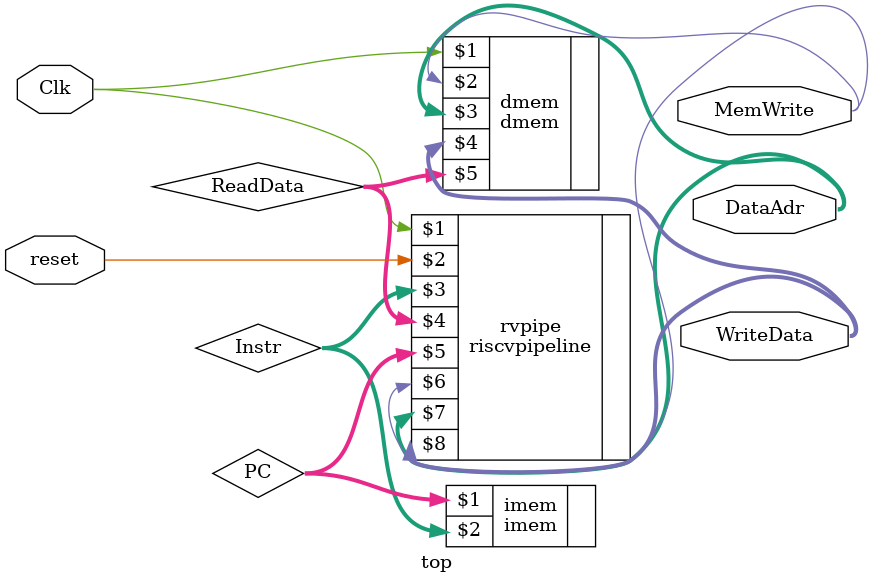
<source format=sv>
module top(input logic Clk, reset,
	output logic [31:0] WriteData, DataAdr,
	output logic MemWrite);

	logic [31:0] PC, Instr, ReadData;

	riscvpipeline rvpipe(Clk, reset, Instr, ReadData, PC, MemWrite, DataAdr, WriteData);
	
	imem imem(PC,Instr);
	dmem dmem(Clk, MemWrite, DataAdr, WriteData, ReadData);
endmodule

</source>
